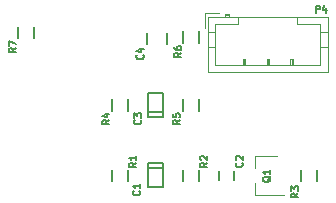
<source format=gto>
G04 #@! TF.FileFunction,Legend,Top*
%FSLAX46Y46*%
G04 Gerber Fmt 4.6, Leading zero omitted, Abs format (unit mm)*
G04 Created by KiCad (PCBNEW 4.0.4-1.fc24-product) date Thu Mar  1 09:37:53 2018*
%MOMM*%
%LPD*%
G01*
G04 APERTURE LIST*
%ADD10C,0.100000*%
%ADD11C,0.150000*%
%ADD12C,0.120000*%
G04 APERTURE END LIST*
D10*
D11*
X143675000Y-93500000D02*
X143675000Y-94500000D01*
X142325000Y-94500000D02*
X142325000Y-93500000D01*
X145365000Y-93365000D02*
X146635000Y-93365000D01*
X145365000Y-95016000D02*
X146635000Y-95016000D01*
X146635000Y-95016000D02*
X146635000Y-92984000D01*
X146635000Y-92984000D02*
X145365000Y-92984000D01*
X145365000Y-92984000D02*
X145365000Y-95016000D01*
X152600000Y-93650000D02*
X152600000Y-94350000D01*
X151400000Y-94350000D02*
X151400000Y-93650000D01*
X146635000Y-88635000D02*
X145365000Y-88635000D01*
X146635000Y-86984000D02*
X145365000Y-86984000D01*
X145365000Y-86984000D02*
X145365000Y-89016000D01*
X145365000Y-89016000D02*
X146635000Y-89016000D01*
X146635000Y-89016000D02*
X146635000Y-86984000D01*
D12*
X150450000Y-80550000D02*
X150450000Y-85250000D01*
X150450000Y-85250000D02*
X160550000Y-85250000D01*
X160550000Y-85250000D02*
X160550000Y-80550000D01*
X160550000Y-80550000D02*
X150450000Y-80550000D01*
X153000000Y-80550000D02*
X153000000Y-81150000D01*
X153000000Y-81150000D02*
X151050000Y-81150000D01*
X151050000Y-81150000D02*
X151050000Y-84650000D01*
X151050000Y-84650000D02*
X159950000Y-84650000D01*
X159950000Y-84650000D02*
X159950000Y-81150000D01*
X159950000Y-81150000D02*
X158000000Y-81150000D01*
X158000000Y-81150000D02*
X158000000Y-80550000D01*
X150450000Y-81850000D02*
X151050000Y-81850000D01*
X150450000Y-83150000D02*
X151050000Y-83150000D01*
X160550000Y-81850000D02*
X159950000Y-81850000D01*
X160550000Y-83150000D02*
X159950000Y-83150000D01*
X152200000Y-80550000D02*
X152200000Y-80350000D01*
X152200000Y-80350000D02*
X151900000Y-80350000D01*
X151900000Y-80350000D02*
X151900000Y-80550000D01*
X152200000Y-80450000D02*
X151900000Y-80450000D01*
X153400000Y-84650000D02*
X153400000Y-84150000D01*
X153400000Y-84150000D02*
X153600000Y-84150000D01*
X153600000Y-84150000D02*
X153600000Y-84650000D01*
X153500000Y-84650000D02*
X153500000Y-84150000D01*
X155400000Y-84650000D02*
X155400000Y-84150000D01*
X155400000Y-84150000D02*
X155600000Y-84150000D01*
X155600000Y-84150000D02*
X155600000Y-84650000D01*
X155500000Y-84650000D02*
X155500000Y-84150000D01*
X157400000Y-84650000D02*
X157400000Y-84150000D01*
X157400000Y-84150000D02*
X157600000Y-84150000D01*
X157600000Y-84150000D02*
X157600000Y-84650000D01*
X157500000Y-84650000D02*
X157500000Y-84150000D01*
X151400000Y-80250000D02*
X150150000Y-80250000D01*
X150150000Y-80250000D02*
X150150000Y-81500000D01*
X156850000Y-95650000D02*
X154450000Y-95650000D01*
X154450000Y-95650000D02*
X154450000Y-94600000D01*
X156250000Y-92350000D02*
X154450000Y-92350000D01*
X154450000Y-92350000D02*
X154450000Y-93400000D01*
D11*
X148325000Y-94500000D02*
X148325000Y-93500000D01*
X149675000Y-93500000D02*
X149675000Y-94500000D01*
X158325000Y-94500000D02*
X158325000Y-93500000D01*
X159675000Y-93500000D02*
X159675000Y-94500000D01*
X143675000Y-87500000D02*
X143675000Y-88500000D01*
X142325000Y-88500000D02*
X142325000Y-87500000D01*
X148325000Y-88500000D02*
X148325000Y-87500000D01*
X149675000Y-87500000D02*
X149675000Y-88500000D01*
X149675000Y-81800000D02*
X149675000Y-82800000D01*
X148325000Y-82800000D02*
X148325000Y-81800000D01*
X135675000Y-81400000D02*
X135675000Y-82400000D01*
X134325000Y-82400000D02*
X134325000Y-81400000D01*
X146950000Y-82900000D02*
X146950000Y-81900000D01*
X145250000Y-81900000D02*
X145250000Y-82900000D01*
X144371429Y-92900000D02*
X144085714Y-93100000D01*
X144371429Y-93242857D02*
X143771429Y-93242857D01*
X143771429Y-93014285D01*
X143800000Y-92957143D01*
X143828571Y-92928571D01*
X143885714Y-92900000D01*
X143971429Y-92900000D01*
X144028571Y-92928571D01*
X144057143Y-92957143D01*
X144085714Y-93014285D01*
X144085714Y-93242857D01*
X144371429Y-92328571D02*
X144371429Y-92671428D01*
X144371429Y-92500000D02*
X143771429Y-92500000D01*
X143857143Y-92557143D01*
X143914286Y-92614285D01*
X143942857Y-92671428D01*
X144614286Y-95300000D02*
X144642857Y-95328571D01*
X144671429Y-95414285D01*
X144671429Y-95471428D01*
X144642857Y-95557143D01*
X144585714Y-95614285D01*
X144528571Y-95642857D01*
X144414286Y-95671428D01*
X144328571Y-95671428D01*
X144214286Y-95642857D01*
X144157143Y-95614285D01*
X144100000Y-95557143D01*
X144071429Y-95471428D01*
X144071429Y-95414285D01*
X144100000Y-95328571D01*
X144128571Y-95300000D01*
X144671429Y-94728571D02*
X144671429Y-95071428D01*
X144671429Y-94900000D02*
X144071429Y-94900000D01*
X144157143Y-94957143D01*
X144214286Y-95014285D01*
X144242857Y-95071428D01*
X153314286Y-92900000D02*
X153342857Y-92928571D01*
X153371429Y-93014285D01*
X153371429Y-93071428D01*
X153342857Y-93157143D01*
X153285714Y-93214285D01*
X153228571Y-93242857D01*
X153114286Y-93271428D01*
X153028571Y-93271428D01*
X152914286Y-93242857D01*
X152857143Y-93214285D01*
X152800000Y-93157143D01*
X152771429Y-93071428D01*
X152771429Y-93014285D01*
X152800000Y-92928571D01*
X152828571Y-92900000D01*
X152828571Y-92671428D02*
X152800000Y-92642857D01*
X152771429Y-92585714D01*
X152771429Y-92442857D01*
X152800000Y-92385714D01*
X152828571Y-92357143D01*
X152885714Y-92328571D01*
X152942857Y-92328571D01*
X153028571Y-92357143D01*
X153371429Y-92700000D01*
X153371429Y-92328571D01*
X144714286Y-89300000D02*
X144742857Y-89328571D01*
X144771429Y-89414285D01*
X144771429Y-89471428D01*
X144742857Y-89557143D01*
X144685714Y-89614285D01*
X144628571Y-89642857D01*
X144514286Y-89671428D01*
X144428571Y-89671428D01*
X144314286Y-89642857D01*
X144257143Y-89614285D01*
X144200000Y-89557143D01*
X144171429Y-89471428D01*
X144171429Y-89414285D01*
X144200000Y-89328571D01*
X144228571Y-89300000D01*
X144171429Y-89100000D02*
X144171429Y-88728571D01*
X144400000Y-88928571D01*
X144400000Y-88842857D01*
X144428571Y-88785714D01*
X144457143Y-88757143D01*
X144514286Y-88728571D01*
X144657143Y-88728571D01*
X144714286Y-88757143D01*
X144742857Y-88785714D01*
X144771429Y-88842857D01*
X144771429Y-89014285D01*
X144742857Y-89071428D01*
X144714286Y-89100000D01*
X159557143Y-80221429D02*
X159557143Y-79621429D01*
X159785715Y-79621429D01*
X159842857Y-79650000D01*
X159871429Y-79678571D01*
X159900000Y-79735714D01*
X159900000Y-79821429D01*
X159871429Y-79878571D01*
X159842857Y-79907143D01*
X159785715Y-79935714D01*
X159557143Y-79935714D01*
X160414286Y-79821429D02*
X160414286Y-80221429D01*
X160271429Y-79592857D02*
X160128572Y-80021429D01*
X160500000Y-80021429D01*
X155728571Y-94082143D02*
X155700000Y-94139286D01*
X155642857Y-94196429D01*
X155557143Y-94282143D01*
X155528571Y-94339286D01*
X155528571Y-94396429D01*
X155671429Y-94367857D02*
X155642857Y-94425000D01*
X155585714Y-94482143D01*
X155471429Y-94510714D01*
X155271429Y-94510714D01*
X155157143Y-94482143D01*
X155100000Y-94425000D01*
X155071429Y-94367857D01*
X155071429Y-94253571D01*
X155100000Y-94196429D01*
X155157143Y-94139286D01*
X155271429Y-94110714D01*
X155471429Y-94110714D01*
X155585714Y-94139286D01*
X155642857Y-94196429D01*
X155671429Y-94253571D01*
X155671429Y-94367857D01*
X155671429Y-93539286D02*
X155671429Y-93882143D01*
X155671429Y-93710715D02*
X155071429Y-93710715D01*
X155157143Y-93767858D01*
X155214286Y-93825000D01*
X155242857Y-93882143D01*
X150371429Y-92900000D02*
X150085714Y-93100000D01*
X150371429Y-93242857D02*
X149771429Y-93242857D01*
X149771429Y-93014285D01*
X149800000Y-92957143D01*
X149828571Y-92928571D01*
X149885714Y-92900000D01*
X149971429Y-92900000D01*
X150028571Y-92928571D01*
X150057143Y-92957143D01*
X150085714Y-93014285D01*
X150085714Y-93242857D01*
X149828571Y-92671428D02*
X149800000Y-92642857D01*
X149771429Y-92585714D01*
X149771429Y-92442857D01*
X149800000Y-92385714D01*
X149828571Y-92357143D01*
X149885714Y-92328571D01*
X149942857Y-92328571D01*
X150028571Y-92357143D01*
X150371429Y-92700000D01*
X150371429Y-92328571D01*
X158071429Y-95500000D02*
X157785714Y-95700000D01*
X158071429Y-95842857D02*
X157471429Y-95842857D01*
X157471429Y-95614285D01*
X157500000Y-95557143D01*
X157528571Y-95528571D01*
X157585714Y-95500000D01*
X157671429Y-95500000D01*
X157728571Y-95528571D01*
X157757143Y-95557143D01*
X157785714Y-95614285D01*
X157785714Y-95842857D01*
X157471429Y-95300000D02*
X157471429Y-94928571D01*
X157700000Y-95128571D01*
X157700000Y-95042857D01*
X157728571Y-94985714D01*
X157757143Y-94957143D01*
X157814286Y-94928571D01*
X157957143Y-94928571D01*
X158014286Y-94957143D01*
X158042857Y-94985714D01*
X158071429Y-95042857D01*
X158071429Y-95214285D01*
X158042857Y-95271428D01*
X158014286Y-95300000D01*
X142071429Y-89300000D02*
X141785714Y-89500000D01*
X142071429Y-89642857D02*
X141471429Y-89642857D01*
X141471429Y-89414285D01*
X141500000Y-89357143D01*
X141528571Y-89328571D01*
X141585714Y-89300000D01*
X141671429Y-89300000D01*
X141728571Y-89328571D01*
X141757143Y-89357143D01*
X141785714Y-89414285D01*
X141785714Y-89642857D01*
X141671429Y-88785714D02*
X142071429Y-88785714D01*
X141442857Y-88928571D02*
X141871429Y-89071428D01*
X141871429Y-88700000D01*
X148071429Y-89300000D02*
X147785714Y-89500000D01*
X148071429Y-89642857D02*
X147471429Y-89642857D01*
X147471429Y-89414285D01*
X147500000Y-89357143D01*
X147528571Y-89328571D01*
X147585714Y-89300000D01*
X147671429Y-89300000D01*
X147728571Y-89328571D01*
X147757143Y-89357143D01*
X147785714Y-89414285D01*
X147785714Y-89642857D01*
X147471429Y-88757143D02*
X147471429Y-89042857D01*
X147757143Y-89071428D01*
X147728571Y-89042857D01*
X147700000Y-88985714D01*
X147700000Y-88842857D01*
X147728571Y-88785714D01*
X147757143Y-88757143D01*
X147814286Y-88728571D01*
X147957143Y-88728571D01*
X148014286Y-88757143D01*
X148042857Y-88785714D01*
X148071429Y-88842857D01*
X148071429Y-88985714D01*
X148042857Y-89042857D01*
X148014286Y-89071428D01*
X148171429Y-83600000D02*
X147885714Y-83800000D01*
X148171429Y-83942857D02*
X147571429Y-83942857D01*
X147571429Y-83714285D01*
X147600000Y-83657143D01*
X147628571Y-83628571D01*
X147685714Y-83600000D01*
X147771429Y-83600000D01*
X147828571Y-83628571D01*
X147857143Y-83657143D01*
X147885714Y-83714285D01*
X147885714Y-83942857D01*
X147571429Y-83085714D02*
X147571429Y-83200000D01*
X147600000Y-83257143D01*
X147628571Y-83285714D01*
X147714286Y-83342857D01*
X147828571Y-83371428D01*
X148057143Y-83371428D01*
X148114286Y-83342857D01*
X148142857Y-83314285D01*
X148171429Y-83257143D01*
X148171429Y-83142857D01*
X148142857Y-83085714D01*
X148114286Y-83057143D01*
X148057143Y-83028571D01*
X147914286Y-83028571D01*
X147857143Y-83057143D01*
X147828571Y-83085714D01*
X147800000Y-83142857D01*
X147800000Y-83257143D01*
X147828571Y-83314285D01*
X147857143Y-83342857D01*
X147914286Y-83371428D01*
X134171429Y-83200000D02*
X133885714Y-83400000D01*
X134171429Y-83542857D02*
X133571429Y-83542857D01*
X133571429Y-83314285D01*
X133600000Y-83257143D01*
X133628571Y-83228571D01*
X133685714Y-83200000D01*
X133771429Y-83200000D01*
X133828571Y-83228571D01*
X133857143Y-83257143D01*
X133885714Y-83314285D01*
X133885714Y-83542857D01*
X133571429Y-83000000D02*
X133571429Y-82600000D01*
X134171429Y-82857143D01*
X144914286Y-83800000D02*
X144942857Y-83828571D01*
X144971429Y-83914285D01*
X144971429Y-83971428D01*
X144942857Y-84057143D01*
X144885714Y-84114285D01*
X144828571Y-84142857D01*
X144714286Y-84171428D01*
X144628571Y-84171428D01*
X144514286Y-84142857D01*
X144457143Y-84114285D01*
X144400000Y-84057143D01*
X144371429Y-83971428D01*
X144371429Y-83914285D01*
X144400000Y-83828571D01*
X144428571Y-83800000D01*
X144571429Y-83285714D02*
X144971429Y-83285714D01*
X144342857Y-83428571D02*
X144771429Y-83571428D01*
X144771429Y-83200000D01*
M02*

</source>
